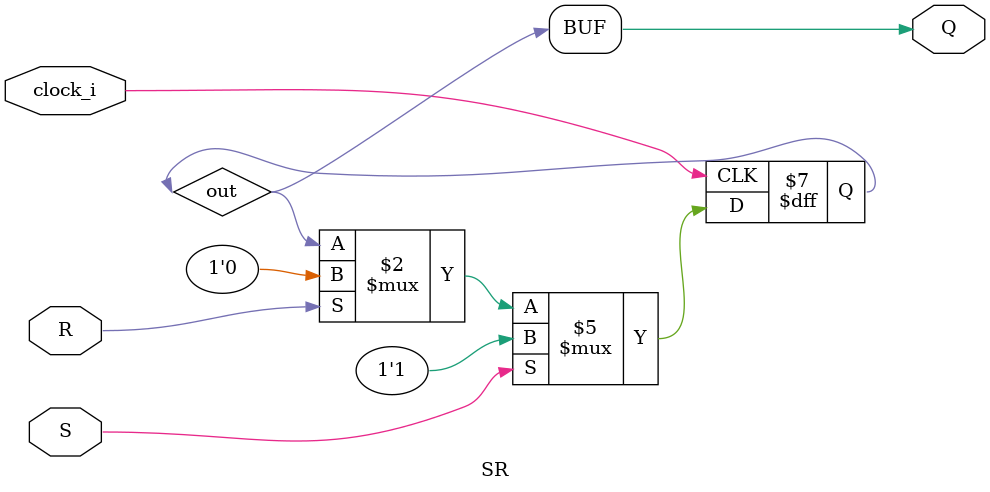
<source format=v>
module SR(
	input clock_i,
	input S,
	input R,
	output Q
);
	reg out;	
	assign Q = out;
	always @(negedge clock_i)
	begin
		if( S ) 
			out <= 1'b1;
		else
		if( R )
			out <= 1'b0;
	end
endmodule
</source>
